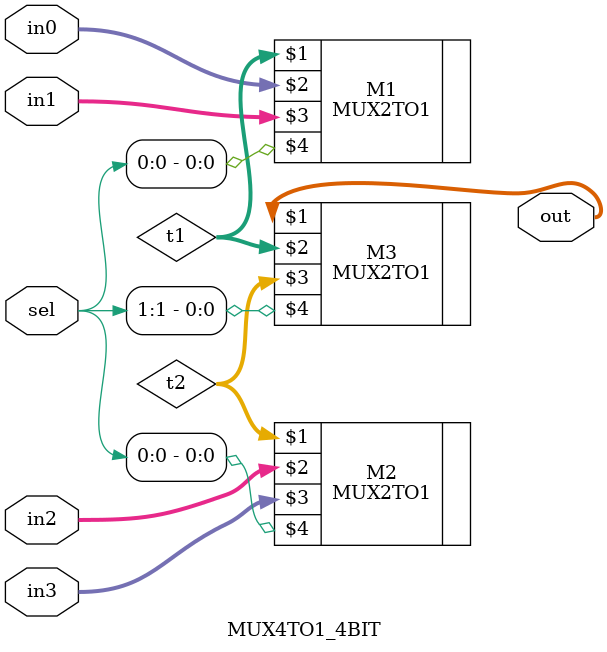
<source format=v>
`timescale 1ns / 1ps


module MUX4TO1_4BIT(out,in0,in1,in2,in3,sel);
    input [3:0] in0,in1,in2,in3;
    input [1:0] sel;
    output [3:0] out;
    
    wire [3:0] t1,t2;
    
    MUX2TO1 M1(t1,in0,in1,sel[0]);
    MUX2TO1 M2(t2,in2,in3,sel[0]);
    
    MUX2TO1 M3(out,t1,t2,sel[1]);
endmodule

</source>
